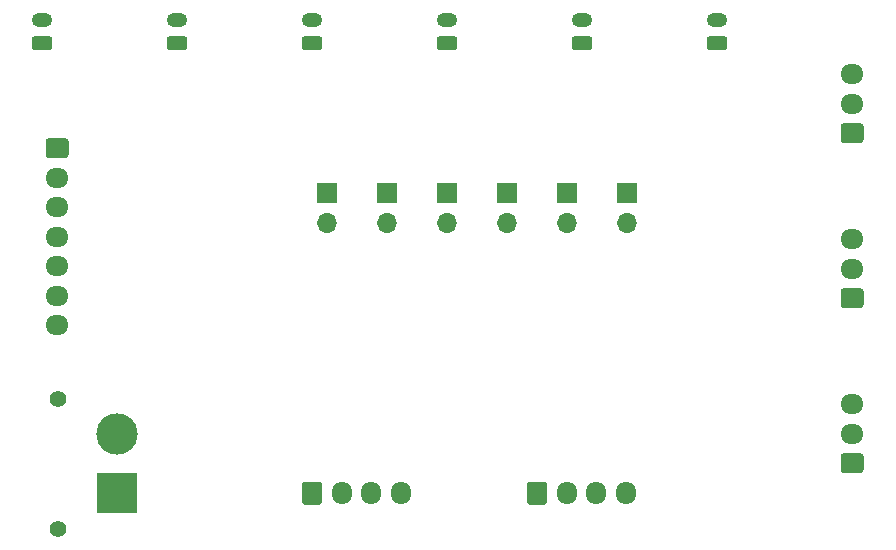
<source format=gbr>
%TF.GenerationSoftware,KiCad,Pcbnew,(5.1.9)-1*%
%TF.CreationDate,2021-07-12T10:29:01+01:00*%
%TF.ProjectId,board,626f6172-642e-46b6-9963-61645f706362,rev?*%
%TF.SameCoordinates,Original*%
%TF.FileFunction,Soldermask,Bot*%
%TF.FilePolarity,Negative*%
%FSLAX46Y46*%
G04 Gerber Fmt 4.6, Leading zero omitted, Abs format (unit mm)*
G04 Created by KiCad (PCBNEW (5.1.9)-1) date 2021-07-12 10:29:01*
%MOMM*%
%LPD*%
G01*
G04 APERTURE LIST*
%ADD10O,1.700000X1.700000*%
%ADD11R,1.700000X1.700000*%
%ADD12O,1.950000X1.700000*%
%ADD13C,3.500000*%
%ADD14R,3.500000X3.500000*%
%ADD15C,1.400000*%
%ADD16O,1.700000X1.950000*%
%ADD17O,1.750000X1.200000*%
G04 APERTURE END LIST*
D10*
%TO.C,JP1*%
X99060000Y-133350000D03*
D11*
X99060000Y-130810000D03*
%TD*%
D12*
%TO.C,J13*%
X76200000Y-142000000D03*
X76200000Y-139500000D03*
X76200000Y-137000000D03*
X76200000Y-134500000D03*
X76200000Y-132000000D03*
X76200000Y-129500000D03*
G36*
G01*
X75475000Y-126150000D02*
X76925000Y-126150000D01*
G75*
G02*
X77175000Y-126400000I0J-250000D01*
G01*
X77175000Y-127600000D01*
G75*
G02*
X76925000Y-127850000I-250000J0D01*
G01*
X75475000Y-127850000D01*
G75*
G02*
X75225000Y-127600000I0J250000D01*
G01*
X75225000Y-126400000D01*
G75*
G02*
X75475000Y-126150000I250000J0D01*
G01*
G37*
%TD*%
D10*
%TO.C,JP5*%
X119380000Y-133350000D03*
D11*
X119380000Y-130810000D03*
%TD*%
D10*
%TO.C,JP2*%
X104140000Y-133350000D03*
D11*
X104140000Y-130810000D03*
%TD*%
D10*
%TO.C,JP3*%
X109220000Y-133350000D03*
D11*
X109220000Y-130810000D03*
%TD*%
D10*
%TO.C,JP4*%
X114300000Y-133350000D03*
D11*
X114300000Y-130810000D03*
%TD*%
D10*
%TO.C,JP6*%
X124460000Y-133350000D03*
D11*
X124460000Y-130810000D03*
%TD*%
D13*
%TO.C,J12*%
X81280000Y-151210000D03*
D14*
X81280000Y-156210000D03*
D15*
X76280000Y-148210000D03*
X76280000Y-159210000D03*
%TD*%
D16*
%TO.C,J11*%
X124340000Y-156210000D03*
X121840000Y-156210000D03*
X119340000Y-156210000D03*
G36*
G01*
X115990000Y-156935000D02*
X115990000Y-155485000D01*
G75*
G02*
X116240000Y-155235000I250000J0D01*
G01*
X117440000Y-155235000D01*
G75*
G02*
X117690000Y-155485000I0J-250000D01*
G01*
X117690000Y-156935000D01*
G75*
G02*
X117440000Y-157185000I-250000J0D01*
G01*
X116240000Y-157185000D01*
G75*
G02*
X115990000Y-156935000I0J250000D01*
G01*
G37*
%TD*%
%TO.C,J10*%
X105290000Y-156210000D03*
X102790000Y-156210000D03*
X100290000Y-156210000D03*
G36*
G01*
X96940000Y-156935000D02*
X96940000Y-155485000D01*
G75*
G02*
X97190000Y-155235000I250000J0D01*
G01*
X98390000Y-155235000D01*
G75*
G02*
X98640000Y-155485000I0J-250000D01*
G01*
X98640000Y-156935000D01*
G75*
G02*
X98390000Y-157185000I-250000J0D01*
G01*
X97190000Y-157185000D01*
G75*
G02*
X96940000Y-156935000I0J250000D01*
G01*
G37*
%TD*%
%TO.C,J9*%
G36*
G01*
X144235000Y-126580000D02*
X142785000Y-126580000D01*
G75*
G02*
X142535000Y-126330000I0J250000D01*
G01*
X142535000Y-125130000D01*
G75*
G02*
X142785000Y-124880000I250000J0D01*
G01*
X144235000Y-124880000D01*
G75*
G02*
X144485000Y-125130000I0J-250000D01*
G01*
X144485000Y-126330000D01*
G75*
G02*
X144235000Y-126580000I-250000J0D01*
G01*
G37*
D12*
X143510000Y-123230000D03*
X143510000Y-120730000D03*
%TD*%
%TO.C,J8*%
G36*
G01*
X144235000Y-140550000D02*
X142785000Y-140550000D01*
G75*
G02*
X142535000Y-140300000I0J250000D01*
G01*
X142535000Y-139100000D01*
G75*
G02*
X142785000Y-138850000I250000J0D01*
G01*
X144235000Y-138850000D01*
G75*
G02*
X144485000Y-139100000I0J-250000D01*
G01*
X144485000Y-140300000D01*
G75*
G02*
X144235000Y-140550000I-250000J0D01*
G01*
G37*
X143510000Y-137200000D03*
X143510000Y-134700000D03*
%TD*%
%TO.C,J7*%
G36*
G01*
X144235000Y-154520000D02*
X142785000Y-154520000D01*
G75*
G02*
X142535000Y-154270000I0J250000D01*
G01*
X142535000Y-153070000D01*
G75*
G02*
X142785000Y-152820000I250000J0D01*
G01*
X144235000Y-152820000D01*
G75*
G02*
X144485000Y-153070000I0J-250000D01*
G01*
X144485000Y-154270000D01*
G75*
G02*
X144235000Y-154520000I-250000J0D01*
G01*
G37*
X143510000Y-151170000D03*
X143510000Y-148670000D03*
%TD*%
D17*
%TO.C,J6*%
X132080000Y-116110000D03*
G36*
G01*
X132705001Y-118710000D02*
X131454999Y-118710000D01*
G75*
G02*
X131205000Y-118460001I0J249999D01*
G01*
X131205000Y-117759999D01*
G75*
G02*
X131454999Y-117510000I249999J0D01*
G01*
X132705001Y-117510000D01*
G75*
G02*
X132955000Y-117759999I0J-249999D01*
G01*
X132955000Y-118460001D01*
G75*
G02*
X132705001Y-118710000I-249999J0D01*
G01*
G37*
%TD*%
%TO.C,J5*%
X120650000Y-116110000D03*
G36*
G01*
X121275001Y-118710000D02*
X120024999Y-118710000D01*
G75*
G02*
X119775000Y-118460001I0J249999D01*
G01*
X119775000Y-117759999D01*
G75*
G02*
X120024999Y-117510000I249999J0D01*
G01*
X121275001Y-117510000D01*
G75*
G02*
X121525000Y-117759999I0J-249999D01*
G01*
X121525000Y-118460001D01*
G75*
G02*
X121275001Y-118710000I-249999J0D01*
G01*
G37*
%TD*%
%TO.C,J4*%
X109220000Y-116110000D03*
G36*
G01*
X109845001Y-118710000D02*
X108594999Y-118710000D01*
G75*
G02*
X108345000Y-118460001I0J249999D01*
G01*
X108345000Y-117759999D01*
G75*
G02*
X108594999Y-117510000I249999J0D01*
G01*
X109845001Y-117510000D01*
G75*
G02*
X110095000Y-117759999I0J-249999D01*
G01*
X110095000Y-118460001D01*
G75*
G02*
X109845001Y-118710000I-249999J0D01*
G01*
G37*
%TD*%
%TO.C,J3*%
X97790000Y-116110000D03*
G36*
G01*
X98415001Y-118710000D02*
X97164999Y-118710000D01*
G75*
G02*
X96915000Y-118460001I0J249999D01*
G01*
X96915000Y-117759999D01*
G75*
G02*
X97164999Y-117510000I249999J0D01*
G01*
X98415001Y-117510000D01*
G75*
G02*
X98665000Y-117759999I0J-249999D01*
G01*
X98665000Y-118460001D01*
G75*
G02*
X98415001Y-118710000I-249999J0D01*
G01*
G37*
%TD*%
%TO.C,J2*%
X86360000Y-116110000D03*
G36*
G01*
X86985001Y-118710000D02*
X85734999Y-118710000D01*
G75*
G02*
X85485000Y-118460001I0J249999D01*
G01*
X85485000Y-117759999D01*
G75*
G02*
X85734999Y-117510000I249999J0D01*
G01*
X86985001Y-117510000D01*
G75*
G02*
X87235000Y-117759999I0J-249999D01*
G01*
X87235000Y-118460001D01*
G75*
G02*
X86985001Y-118710000I-249999J0D01*
G01*
G37*
%TD*%
%TO.C,J1*%
X74930000Y-116110000D03*
G36*
G01*
X75555001Y-118710000D02*
X74304999Y-118710000D01*
G75*
G02*
X74055000Y-118460001I0J249999D01*
G01*
X74055000Y-117759999D01*
G75*
G02*
X74304999Y-117510000I249999J0D01*
G01*
X75555001Y-117510000D01*
G75*
G02*
X75805000Y-117759999I0J-249999D01*
G01*
X75805000Y-118460001D01*
G75*
G02*
X75555001Y-118710000I-249999J0D01*
G01*
G37*
%TD*%
M02*

</source>
